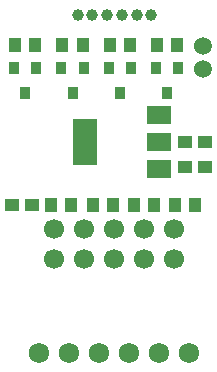
<source format=gbr>
G04 EAGLE Gerber RS-274X export*
G75*
%MOMM*%
%FSLAX34Y34*%
%LPD*%
%INSoldermask Bottom*%
%IPPOS*%
%AMOC8*
5,1,8,0,0,1.08239X$1,22.5*%
G01*
%ADD10C,1.700000*%
%ADD11R,0.900000X1.000000*%
%ADD12R,1.100000X1.200000*%
%ADD13R,2.106600X1.598600*%
%ADD14R,2.106600X3.910000*%
%ADD15R,1.200000X1.100000*%
%ADD16C,1.725600*%
%ADD17C,1.000000*%
%ADD18C,1.522400*%


D10*
X155800Y129700D03*
X155800Y104300D03*
X130400Y129700D03*
X130400Y104300D03*
X105000Y129700D03*
X105000Y104300D03*
X79600Y129700D03*
X79600Y104300D03*
X54200Y129700D03*
X54200Y104300D03*
D11*
X29500Y245000D03*
X39000Y266000D03*
X20000Y266000D03*
D12*
X21000Y286000D03*
X38000Y286000D03*
X138500Y150500D03*
X121500Y150500D03*
D11*
X149500Y245000D03*
X159000Y266000D03*
X140000Y266000D03*
D12*
X141000Y286000D03*
X158000Y286000D03*
X173500Y150500D03*
X156500Y150500D03*
D11*
X109500Y245000D03*
X119000Y266000D03*
X100000Y266000D03*
D12*
X101000Y286000D03*
X118000Y286000D03*
X103500Y150500D03*
X86500Y150500D03*
D11*
X69500Y245000D03*
X79000Y266000D03*
X60000Y266000D03*
D12*
X61000Y286000D03*
X78000Y286000D03*
X68000Y150500D03*
X51000Y150500D03*
D13*
X142996Y226106D03*
X142996Y203246D03*
X142996Y180386D03*
D14*
X80004Y203500D03*
D15*
X164500Y203500D03*
X181500Y203500D03*
X164500Y182500D03*
X181500Y182500D03*
D16*
X41500Y25000D03*
X66900Y25000D03*
X92300Y25000D03*
X117700Y25000D03*
X143100Y25000D03*
X168500Y25000D03*
D15*
X18500Y150500D03*
X35500Y150500D03*
D17*
X73750Y311500D03*
X86250Y311500D03*
X98750Y311500D03*
X111250Y311500D03*
X123750Y311500D03*
X136250Y311500D03*
D18*
X180000Y285000D03*
X180000Y265000D03*
M02*

</source>
